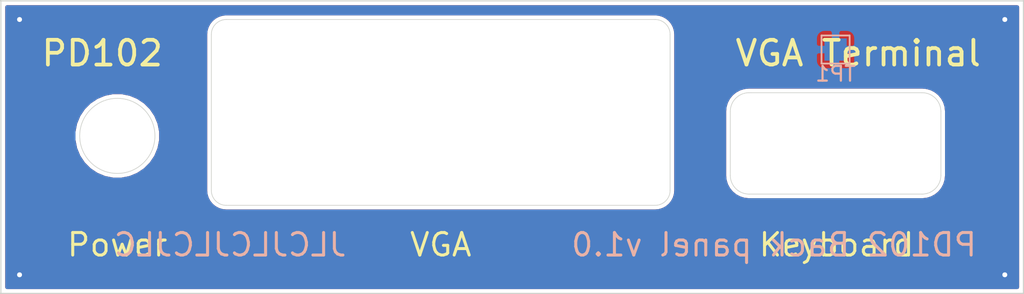
<source format=kicad_pcb>
(kicad_pcb (version 20171130) (host pcbnew "(5.1.6)-1")

  (general
    (thickness 1.6)
    (drawings 32)
    (tracks 4)
    (zones 0)
    (modules 1)
    (nets 2)
  )

  (page A4)
  (layers
    (0 F.Cu signal)
    (31 B.Cu signal)
    (36 B.SilkS user)
    (37 F.SilkS user)
    (38 B.Mask user)
    (39 F.Mask user)
    (40 Dwgs.User user)
    (41 Cmts.User user)
    (44 Edge.Cuts user)
    (45 Margin user)
    (46 B.CrtYd user)
    (47 F.CrtYd user)
    (49 F.Fab user)
  )

  (setup
    (last_trace_width 0.25)
    (user_trace_width 0.2032)
    (user_trace_width 0.254)
    (user_trace_width 0.381)
    (user_trace_width 0.508)
    (user_trace_width 0.635)
    (trace_clearance 0.2)
    (zone_clearance 0.254)
    (zone_45_only no)
    (trace_min 0.2)
    (via_size 0.8)
    (via_drill 0.4)
    (via_min_size 0.4)
    (via_min_drill 0.3)
    (user_via 0.635 0.3302)
    (uvia_size 0.3)
    (uvia_drill 0.1)
    (uvias_allowed no)
    (uvia_min_size 0.2)
    (uvia_min_drill 0.1)
    (edge_width 0.05)
    (segment_width 0.2)
    (pcb_text_width 0.3)
    (pcb_text_size 1.5 1.5)
    (mod_edge_width 0.12)
    (mod_text_size 1 1)
    (mod_text_width 0.15)
    (pad_size 1.524 1.524)
    (pad_drill 0.762)
    (pad_to_mask_clearance 0.05)
    (aux_axis_origin 0 0)
    (visible_elements 7FFFFFFF)
    (pcbplotparams
      (layerselection 0x010f0_ffffffff)
      (usegerberextensions false)
      (usegerberattributes true)
      (usegerberadvancedattributes true)
      (creategerberjobfile true)
      (excludeedgelayer true)
      (linewidth 0.100000)
      (plotframeref false)
      (viasonmask false)
      (mode 1)
      (useauxorigin false)
      (hpglpennumber 1)
      (hpglpenspeed 20)
      (hpglpendiameter 15.000000)
      (psnegative false)
      (psa4output false)
      (plotreference true)
      (plotvalue true)
      (plotinvisibletext false)
      (padsonsilk false)
      (subtractmaskfromsilk false)
      (outputformat 1)
      (mirror false)
      (drillshape 0)
      (scaleselection 1)
      (outputdirectory "gerbers/"))
  )

  (net 0 "")
  (net 1 GND)

  (net_class Default "This is the default net class."
    (clearance 0.2)
    (trace_width 0.25)
    (via_dia 0.8)
    (via_drill 0.4)
    (uvia_dia 0.3)
    (uvia_drill 0.1)
    (add_net GND)
  )

  (module TestPoint:TestPoint_Pad_1.5x1.5mm (layer B.Cu) (tedit 5A0F774F) (tstamp 5F9D47CF)
    (at 80.264 28.702)
    (descr "SMD rectangular pad as test Point, square 1.5mm side length")
    (tags "test point SMD pad rectangle square")
    (path /5F9D4090)
    (attr virtual)
    (fp_text reference TP1 (at 0 1.648) (layer B.SilkS)
      (effects (font (size 1 1) (thickness 0.15)) (justify mirror))
    )
    (fp_text value TestPoint (at 0 -1.75) (layer B.Fab)
      (effects (font (size 1 1) (thickness 0.15)) (justify mirror))
    )
    (fp_line (start 1.25 -1.25) (end -1.25 -1.25) (layer B.CrtYd) (width 0.05))
    (fp_line (start 1.25 -1.25) (end 1.25 1.25) (layer B.CrtYd) (width 0.05))
    (fp_line (start -1.25 1.25) (end -1.25 -1.25) (layer B.CrtYd) (width 0.05))
    (fp_line (start -1.25 1.25) (end 1.25 1.25) (layer B.CrtYd) (width 0.05))
    (fp_line (start -0.95 -0.95) (end -0.95 0.95) (layer B.SilkS) (width 0.12))
    (fp_line (start 0.95 -0.95) (end -0.95 -0.95) (layer B.SilkS) (width 0.12))
    (fp_line (start 0.95 0.95) (end 0.95 -0.95) (layer B.SilkS) (width 0.12))
    (fp_line (start -0.95 0.95) (end 0.95 0.95) (layer B.SilkS) (width 0.12))
    (fp_text user %R (at 0 1.65) (layer B.Fab)
      (effects (font (size 1 1) (thickness 0.15)) (justify mirror))
    )
    (pad 1 smd rect (at 0 0) (size 1.5 1.5) (layers B.Cu B.Mask)
      (net 1 GND))
  )

  (gr_poly (pts (xy 31.75 34.417) (xy 32.893 33.274) (xy 33.02 33.274) (xy 31.877 34.544) (xy 33.02 35.687) (xy 33.02 35.814) (xy 32.893 35.814) (xy 31.75 34.671) (xy 30.607 35.814) (xy 30.48 35.814) (xy 30.48 35.687) (xy 31.623 34.544) (xy 30.48 33.401) (xy 30.48 33.274) (xy 30.607 33.274)) (layer F.Mask) (width 0.1) (tstamp 5FB8E23E))
  (gr_text "VGA Terminal" (at 81.788 28.956) (layer F.SilkS) (tstamp 5FB22505)
    (effects (font (size 1.6764 1.6764) (thickness 0.254)))
  )
  (gr_poly (pts (xy 80.264 34.798) (xy 82.55 32.512) (xy 82.804 32.512) (xy 82.804 32.766) (xy 80.518 35.052) (xy 82.804 37.338) (xy 82.804 37.592) (xy 82.55 37.592) (xy 80.264 35.306) (xy 77.978 37.592) (xy 77.724 37.592) (xy 77.724 37.338) (xy 80.01 35.052) (xy 77.724 32.766) (xy 77.724 32.512) (xy 77.978 32.512)) (layer F.Mask) (width 0.1) (tstamp 5FB224F2))
  (gr_poly (pts (xy 53.34 32.766) (xy 55.626 30.48) (xy 55.88 30.48) (xy 55.88 30.734) (xy 53.594 33.02) (xy 55.88 35.306) (xy 55.88 35.56) (xy 55.626 35.56) (xy 53.34 33.274) (xy 51.054 35.56) (xy 50.8 35.56) (xy 50.8 35.306) (xy 53.086 33.02) (xy 50.8 30.734) (xy 50.8 30.48) (xy 51.054 30.48)) (layer F.Mask) (width 0.1))
  (gr_arc (start 86.106 37.211) (end 86.106 38.481) (angle -90) (layer Edge.Cuts) (width 0.05) (tstamp 5F9E54A7))
  (gr_arc (start 86.106 32.893) (end 87.376 32.893) (angle -90) (layer Edge.Cuts) (width 0.05) (tstamp 5F9E54A6))
  (gr_arc (start 74.422 32.893) (end 74.422 31.623) (angle -90) (layer Edge.Cuts) (width 0.05) (tstamp 5FABAA3A))
  (gr_line (start 73.152 32.893) (end 73.152 37.211) (layer Edge.Cuts) (width 0.05) (tstamp 5F9E54A4))
  (gr_line (start 74.422 31.623) (end 86.106 31.623) (layer Edge.Cuts) (width 0.05) (tstamp 5F9E54A3))
  (gr_line (start 86.106 38.481) (end 74.422 38.481) (layer Edge.Cuts) (width 0.05) (tstamp 5F9E54A2))
  (gr_arc (start 74.422 37.211) (end 73.152 37.211) (angle -90) (layer Edge.Cuts) (width 0.05) (tstamp 5F9E54A1))
  (gr_line (start 87.376 32.893) (end 87.376 37.211) (layer Edge.Cuts) (width 0.05) (tstamp 5F9E54A0))
  (gr_circle (center 31.75 34.544) (end 34.29 34.544) (layer Edge.Cuts) (width 0.05))
  (gr_text PD102 (at 30.734 28.956) (layer F.SilkS)
    (effects (font (size 1.6764 1.6764) (thickness 0.254)))
  )
  (gr_text JLCJLCJLCJLC (at 39.37 41.91) (layer B.SilkS)
    (effects (font (size 1.524 1.524) (thickness 0.2032)) (justify mirror))
  )
  (gr_text "PD102 Back panel v1.0" (at 89.916 41.91) (layer B.SilkS) (tstamp 5F9E589C)
    (effects (font (size 1.524 1.524) (thickness 0.2032)) (justify left mirror))
  )
  (gr_text VGA (at 53.594 41.91) (layer F.SilkS)
    (effects (font (size 1.524 1.524) (thickness 0.2032)))
  )
  (gr_text Keyboard (at 80.3275 41.91) (layer F.SilkS)
    (effects (font (size 1.524 1.524) (thickness 0.2032)))
  )
  (gr_text Power (at 31.75 41.91) (layer F.SilkS)
    (effects (font (size 1.524 1.524) (thickness 0.2032)))
  )
  (gr_arc (start 39.116 38.227) (end 38.1 38.227) (angle -90) (layer Edge.Cuts) (width 0.05) (tstamp 5F9E549B))
  (gr_arc (start 68.072 38.227) (end 68.072 39.243) (angle -90) (layer Edge.Cuts) (width 0.05) (tstamp 5F9E5489))
  (gr_arc (start 68.072 27.686) (end 69.088 27.686) (angle -90) (layer Edge.Cuts) (width 0.05) (tstamp 5F9E548C))
  (gr_arc (start 39.116 27.686) (end 39.116 26.67) (angle -90) (layer Edge.Cuts) (width 0.05) (tstamp 5F9E548F))
  (gr_line (start 38.1 38.227) (end 38.1 27.686) (layer Edge.Cuts) (width 0.05) (tstamp 5F9E5492))
  (gr_line (start 68.072 39.243) (end 39.116 39.243) (layer Edge.Cuts) (width 0.05) (tstamp 5F9E5498))
  (gr_line (start 69.088 27.686) (end 69.088 38.227) (layer Edge.Cuts) (width 0.05) (tstamp 5F9E549E))
  (gr_line (start 39.116 26.67) (end 68.072 26.67) (layer Edge.Cuts) (width 0.05) (tstamp 5F9E5495))
  (gr_poly (pts (xy 91.44 40.64) (xy 25.4 40.64) (xy 25.4 39.116) (xy 91.44 39.116)) (layer Cmts.User) (width 0.0254))
  (gr_line (start 23.876 25.4) (end 23.876 45.212) (layer Edge.Cuts) (width 0.1) (tstamp 5F9D21DE))
  (gr_line (start 92.964 25.4) (end 23.876 25.4) (layer Edge.Cuts) (width 0.1))
  (gr_line (start 92.964 45.212) (end 92.964 25.4) (layer Edge.Cuts) (width 0.1))
  (gr_line (start 23.876 45.212) (end 92.964 45.212) (layer Edge.Cuts) (width 0.1))

  (via (at 91.694 43.942) (size 0.635) (drill 0.3302) (layers F.Cu B.Cu) (net 1))
  (via (at 91.694 26.67) (size 0.635) (drill 0.3302) (layers F.Cu B.Cu) (net 1))
  (via (at 25.146 43.942) (size 0.635) (drill 0.3302) (layers F.Cu B.Cu) (net 1))
  (via (at 25.146 26.67) (size 0.635) (drill 0.3302) (layers F.Cu B.Cu) (net 1))

  (zone (net 1) (net_name GND) (layer F.Cu) (tstamp 5F9E5B16) (hatch edge 0.508)
    (connect_pads (clearance 0.254))
    (min_thickness 0.254)
    (fill yes (arc_segments 32) (thermal_gap 0.508) (thermal_bridge_width 0.508))
    (polygon
      (pts
        (xy 92.964 45.212) (xy 23.876 45.212) (xy 23.876 25.4) (xy 92.964 25.4)
      )
    )
    (filled_polygon
      (pts
        (xy 92.533 44.781) (xy 24.307 44.781) (xy 24.307 38.24694) (xy 37.694 38.24694) (xy 37.69574 38.264605)
        (xy 37.695696 38.27089) (xy 37.696249 38.276532) (xy 37.716976 38.473734) (xy 37.724377 38.509789) (xy 37.73127 38.545924)
        (xy 37.732908 38.551347) (xy 37.732909 38.551353) (xy 37.732911 38.551359) (xy 37.791544 38.740773) (xy 37.805821 38.774736)
        (xy 37.819589 38.808814) (xy 37.822247 38.813815) (xy 37.822249 38.813819) (xy 37.822251 38.813822) (xy 37.916561 38.988244)
        (xy 37.937134 39.018744) (xy 37.957287 39.049541) (xy 37.96087 39.053934) (xy 38.087264 39.206719) (xy 38.113415 39.232689)
        (xy 38.13912 39.258937) (xy 38.143482 39.262546) (xy 38.143488 39.262552) (xy 38.143495 39.262556) (xy 38.29715 39.387875)
        (xy 38.327797 39.408237) (xy 38.358161 39.429028) (xy 38.36314 39.43172) (xy 38.363148 39.431725) (xy 38.363156 39.431728)
        (xy 38.538226 39.524815) (xy 38.572292 39.538857) (xy 38.606071 39.553334) (xy 38.611475 39.555007) (xy 38.611484 39.555011)
        (xy 38.611493 39.555013) (xy 38.801313 39.612322) (xy 38.837439 39.619475) (xy 38.8734 39.627119) (xy 38.879034 39.627712)
        (xy 38.879041 39.627713) (xy 38.879048 39.627713) (xy 39.07638 39.647062) (xy 39.076382 39.647062) (xy 39.096059 39.649)
        (xy 68.091941 39.649) (xy 68.109606 39.64726) (xy 68.11589 39.647304) (xy 68.121532 39.646751) (xy 68.318734 39.626024)
        (xy 68.354789 39.618623) (xy 68.390924 39.61173) (xy 68.396347 39.610092) (xy 68.396353 39.610091) (xy 68.396359 39.610089)
        (xy 68.585773 39.551456) (xy 68.619736 39.537179) (xy 68.653814 39.523411) (xy 68.658815 39.520753) (xy 68.658819 39.520751)
        (xy 68.658822 39.520749) (xy 68.833244 39.426439) (xy 68.863744 39.405866) (xy 68.894541 39.385713) (xy 68.898934 39.38213)
        (xy 69.051719 39.255736) (xy 69.077689 39.229585) (xy 69.103937 39.20388) (xy 69.107546 39.199518) (xy 69.107552 39.199512)
        (xy 69.107556 39.199505) (xy 69.232875 39.04585) (xy 69.253237 39.015203) (xy 69.274028 38.984839) (xy 69.27672 38.97986)
        (xy 69.276725 38.979852) (xy 69.276728 38.979844) (xy 69.369815 38.804774) (xy 69.383857 38.770708) (xy 69.398334 38.736929)
        (xy 69.400007 38.731525) (xy 69.400011 38.731516) (xy 69.400013 38.731507) (xy 69.457322 38.541687) (xy 69.464475 38.505561)
        (xy 69.472119 38.4696) (xy 69.472712 38.463962) (xy 69.472713 38.463959) (xy 69.472713 38.463952) (xy 69.492062 38.26662)
        (xy 69.492062 38.266618) (xy 69.494 38.246941) (xy 69.494 32.87306) (xy 72.746 32.87306) (xy 72.746001 37.230941)
        (xy 72.747757 37.24877) (xy 72.747702 37.256662) (xy 72.748255 37.262304) (xy 72.774163 37.508807) (xy 72.781564 37.54486)
        (xy 72.788458 37.581) (xy 72.790096 37.586427) (xy 72.863391 37.823203) (xy 72.877651 37.857126) (xy 72.891435 37.891242)
        (xy 72.894096 37.896248) (xy 73.011984 38.114278) (xy 73.032584 38.144819) (xy 73.052711 38.175576) (xy 73.056294 38.17997)
        (xy 73.214287 38.37095) (xy 73.240438 38.39692) (xy 73.266143 38.423168) (xy 73.270505 38.426777) (xy 73.270511 38.426783)
        (xy 73.270518 38.426787) (xy 73.462589 38.583437) (xy 73.493265 38.603818) (xy 73.523602 38.62459) (xy 73.528583 38.627284)
        (xy 73.528587 38.627287) (xy 73.528591 38.627289) (xy 73.747436 38.74365) (xy 73.781473 38.757679) (xy 73.815278 38.772168)
        (xy 73.820687 38.773842) (xy 73.820694 38.773845) (xy 73.820701 38.773846) (xy 74.057974 38.845484) (xy 74.09409 38.852635)
        (xy 74.130065 38.860282) (xy 74.135701 38.860875) (xy 74.135703 38.860875) (xy 74.382381 38.885062) (xy 74.382382 38.885062)
        (xy 74.402059 38.887) (xy 86.125941 38.887) (xy 86.14378 38.885243) (xy 86.151662 38.885298) (xy 86.157304 38.884745)
        (xy 86.403807 38.858837) (xy 86.43986 38.851436) (xy 86.476 38.844542) (xy 86.481427 38.842904) (xy 86.718203 38.769609)
        (xy 86.752126 38.755349) (xy 86.786242 38.741565) (xy 86.791248 38.738904) (xy 87.009278 38.621016) (xy 87.039819 38.600416)
        (xy 87.070576 38.580289) (xy 87.07497 38.576706) (xy 87.26595 38.418713) (xy 87.29192 38.392562) (xy 87.318168 38.366857)
        (xy 87.321777 38.362495) (xy 87.321783 38.362489) (xy 87.321787 38.362482) (xy 87.478437 38.170411) (xy 87.498818 38.139735)
        (xy 87.51959 38.109398) (xy 87.522284 38.104417) (xy 87.522287 38.104413) (xy 87.522289 38.104409) (xy 87.63865 37.885564)
        (xy 87.652679 37.851527) (xy 87.667168 37.817722) (xy 87.668842 37.812313) (xy 87.668845 37.812306) (xy 87.668846 37.812299)
        (xy 87.740484 37.575026) (xy 87.747635 37.53891) (xy 87.755282 37.502935) (xy 87.755875 37.497297) (xy 87.780062 37.250619)
        (xy 87.780062 37.250618) (xy 87.782 37.230941) (xy 87.782 32.873059) (xy 87.780243 32.85522) (xy 87.780298 32.847339)
        (xy 87.779745 32.841697) (xy 87.753837 32.595193) (xy 87.746436 32.55914) (xy 87.739542 32.523) (xy 87.737904 32.517573)
        (xy 87.664609 32.280797) (xy 87.650349 32.246874) (xy 87.636565 32.212758) (xy 87.633904 32.207752) (xy 87.516016 31.989722)
        (xy 87.495416 31.959181) (xy 87.475289 31.928424) (xy 87.471706 31.92403) (xy 87.313713 31.73305) (xy 87.287597 31.707116)
        (xy 87.261857 31.680831) (xy 87.257489 31.677217) (xy 87.065411 31.520563) (xy 87.034762 31.500199) (xy 87.004398 31.479409)
        (xy 86.999422 31.476719) (xy 86.999413 31.476713) (xy 86.999404 31.476709) (xy 86.780564 31.36035) (xy 86.746539 31.346326)
        (xy 86.712722 31.331832) (xy 86.707307 31.330156) (xy 86.707309 31.330156) (xy 86.707301 31.330154) (xy 86.470026 31.258516)
        (xy 86.43391 31.251365) (xy 86.397935 31.243718) (xy 86.392299 31.243125) (xy 86.392297 31.243125) (xy 86.145619 31.218938)
        (xy 86.145618 31.218938) (xy 86.125941 31.217) (xy 74.402059 31.217) (xy 74.38422 31.218757) (xy 74.376339 31.218702)
        (xy 74.370697 31.219255) (xy 74.124193 31.245163) (xy 74.08814 31.252564) (xy 74.052 31.259458) (xy 74.046573 31.261096)
        (xy 73.809797 31.334391) (xy 73.775874 31.348651) (xy 73.741758 31.362435) (xy 73.736752 31.365096) (xy 73.518722 31.482984)
        (xy 73.488181 31.503584) (xy 73.457424 31.523711) (xy 73.45303 31.527294) (xy 73.26205 31.685287) (xy 73.236116 31.711403)
        (xy 73.209831 31.737143) (xy 73.206217 31.741511) (xy 73.049563 31.933589) (xy 73.029199 31.964238) (xy 73.008409 31.994602)
        (xy 73.005719 31.999578) (xy 73.005713 31.999587) (xy 73.005709 31.999596) (xy 72.88935 32.218436) (xy 72.875326 32.252461)
        (xy 72.860832 32.286278) (xy 72.859156 32.291693) (xy 72.787516 32.528974) (xy 72.780365 32.56509) (xy 72.772718 32.601065)
        (xy 72.772125 32.606703) (xy 72.747938 32.853381) (xy 72.746 32.87306) (xy 69.494 32.87306) (xy 69.494 27.666059)
        (xy 69.49226 27.648394) (xy 69.492304 27.64211) (xy 69.491751 27.636468) (xy 69.471024 27.439266) (xy 69.463622 27.403205)
        (xy 69.45673 27.367076) (xy 69.455091 27.361649) (xy 69.455091 27.361647) (xy 69.455089 27.361641) (xy 69.396456 27.172228)
        (xy 69.3822 27.138314) (xy 69.368411 27.104185) (xy 69.36575 27.09918) (xy 69.271439 26.924756) (xy 69.250844 26.894223)
        (xy 69.230713 26.86346) (xy 69.227131 26.859066) (xy 69.100736 26.706282) (xy 69.07462 26.680348) (xy 69.04888 26.654063)
        (xy 69.044518 26.650454) (xy 69.044512 26.650448) (xy 69.044505 26.650444) (xy 68.89085 26.525125) (xy 68.860185 26.504751)
        (xy 68.829838 26.483972) (xy 68.824852 26.481275) (xy 68.649774 26.388185) (xy 68.61572 26.374148) (xy 68.581929 26.359666)
        (xy 68.576525 26.357993) (xy 68.576516 26.357989) (xy 68.576507 26.357987) (xy 68.386687 26.300678) (xy 68.350553 26.293523)
        (xy 68.314599 26.285881) (xy 68.308968 26.285289) (xy 68.308959 26.285287) (xy 68.308951 26.285287) (xy 68.11162 26.265938)
        (xy 68.111618 26.265938) (xy 68.091941 26.264) (xy 39.096059 26.264) (xy 39.078394 26.26574) (xy 39.07211 26.265696)
        (xy 39.066468 26.266249) (xy 38.869266 26.286976) (xy 38.833205 26.294378) (xy 38.797076 26.30127) (xy 38.791653 26.302908)
        (xy 38.791647 26.302909) (xy 38.791641 26.302911) (xy 38.602228 26.361544) (xy 38.568314 26.3758) (xy 38.534185 26.389589)
        (xy 38.52918 26.39225) (xy 38.354756 26.486561) (xy 38.324223 26.507156) (xy 38.29346 26.527287) (xy 38.289066 26.530869)
        (xy 38.136282 26.657264) (xy 38.110348 26.68338) (xy 38.084063 26.70912) (xy 38.080454 26.713482) (xy 38.080448 26.713488)
        (xy 38.080444 26.713495) (xy 37.955125 26.86715) (xy 37.934751 26.897815) (xy 37.913972 26.928162) (xy 37.911275 26.933148)
        (xy 37.818185 27.108226) (xy 37.804148 27.14228) (xy 37.789666 27.176071) (xy 37.787993 27.181475) (xy 37.787989 27.181484)
        (xy 37.787987 27.181493) (xy 37.730678 27.371313) (xy 37.723523 27.407447) (xy 37.715881 27.443401) (xy 37.715289 27.449032)
        (xy 37.715287 27.449041) (xy 37.715287 27.449049) (xy 37.695938 27.64638) (xy 37.695938 27.646393) (xy 37.694001 27.666059)
        (xy 37.694 38.24694) (xy 24.307 38.24694) (xy 24.307 34.253281) (xy 28.798282 34.253281) (xy 28.798282 34.834719)
        (xy 28.911715 35.404984) (xy 29.134222 35.942163) (xy 29.457251 36.42561) (xy 29.86839 36.836749) (xy 30.351837 37.159778)
        (xy 30.889016 37.382285) (xy 31.459281 37.495718) (xy 32.040719 37.495718) (xy 32.610984 37.382285) (xy 33.148163 37.159778)
        (xy 33.63161 36.836749) (xy 34.042749 36.42561) (xy 34.365778 35.942163) (xy 34.588285 35.404984) (xy 34.701718 34.834719)
        (xy 34.701718 34.253281) (xy 34.588285 33.683016) (xy 34.365778 33.145837) (xy 34.042749 32.66239) (xy 33.63161 32.251251)
        (xy 33.148163 31.928222) (xy 32.610984 31.705715) (xy 32.040719 31.592282) (xy 31.459281 31.592282) (xy 30.889016 31.705715)
        (xy 30.351837 31.928222) (xy 29.86839 32.251251) (xy 29.457251 32.66239) (xy 29.134222 33.145837) (xy 28.911715 33.683016)
        (xy 28.798282 34.253281) (xy 24.307 34.253281) (xy 24.307 25.831) (xy 92.533001 25.831)
      )
    )
  )
  (zone (net 1) (net_name GND) (layer B.Cu) (tstamp 5F9E5B13) (hatch edge 0.508)
    (connect_pads (clearance 0.254))
    (min_thickness 0.254)
    (fill yes (arc_segments 32) (thermal_gap 0.508) (thermal_bridge_width 0.508))
    (polygon
      (pts
        (xy 92.964 45.212) (xy 23.876 45.212) (xy 23.876 25.4) (xy 92.964 25.4)
      )
    )
    (filled_polygon
      (pts
        (xy 92.533 44.781) (xy 24.307 44.781) (xy 24.307 38.24694) (xy 37.694 38.24694) (xy 37.69574 38.264605)
        (xy 37.695696 38.27089) (xy 37.696249 38.276532) (xy 37.716976 38.473734) (xy 37.724377 38.509789) (xy 37.73127 38.545924)
        (xy 37.732908 38.551347) (xy 37.732909 38.551353) (xy 37.732911 38.551359) (xy 37.791544 38.740773) (xy 37.805821 38.774736)
        (xy 37.819589 38.808814) (xy 37.822247 38.813815) (xy 37.822249 38.813819) (xy 37.822251 38.813822) (xy 37.916561 38.988244)
        (xy 37.937134 39.018744) (xy 37.957287 39.049541) (xy 37.96087 39.053934) (xy 38.087264 39.206719) (xy 38.113415 39.232689)
        (xy 38.13912 39.258937) (xy 38.143482 39.262546) (xy 38.143488 39.262552) (xy 38.143495 39.262556) (xy 38.29715 39.387875)
        (xy 38.327797 39.408237) (xy 38.358161 39.429028) (xy 38.36314 39.43172) (xy 38.363148 39.431725) (xy 38.363156 39.431728)
        (xy 38.538226 39.524815) (xy 38.572292 39.538857) (xy 38.606071 39.553334) (xy 38.611475 39.555007) (xy 38.611484 39.555011)
        (xy 38.611493 39.555013) (xy 38.801313 39.612322) (xy 38.837439 39.619475) (xy 38.8734 39.627119) (xy 38.879034 39.627712)
        (xy 38.879041 39.627713) (xy 38.879048 39.627713) (xy 39.07638 39.647062) (xy 39.076382 39.647062) (xy 39.096059 39.649)
        (xy 68.091941 39.649) (xy 68.109606 39.64726) (xy 68.11589 39.647304) (xy 68.121532 39.646751) (xy 68.318734 39.626024)
        (xy 68.354789 39.618623) (xy 68.390924 39.61173) (xy 68.396347 39.610092) (xy 68.396353 39.610091) (xy 68.396359 39.610089)
        (xy 68.585773 39.551456) (xy 68.619736 39.537179) (xy 68.653814 39.523411) (xy 68.658815 39.520753) (xy 68.658819 39.520751)
        (xy 68.658822 39.520749) (xy 68.833244 39.426439) (xy 68.863744 39.405866) (xy 68.894541 39.385713) (xy 68.898934 39.38213)
        (xy 69.051719 39.255736) (xy 69.077689 39.229585) (xy 69.103937 39.20388) (xy 69.107546 39.199518) (xy 69.107552 39.199512)
        (xy 69.107556 39.199505) (xy 69.232875 39.04585) (xy 69.253237 39.015203) (xy 69.274028 38.984839) (xy 69.27672 38.97986)
        (xy 69.276725 38.979852) (xy 69.276728 38.979844) (xy 69.369815 38.804774) (xy 69.383857 38.770708) (xy 69.398334 38.736929)
        (xy 69.400007 38.731525) (xy 69.400011 38.731516) (xy 69.400013 38.731507) (xy 69.457322 38.541687) (xy 69.464475 38.505561)
        (xy 69.472119 38.4696) (xy 69.472712 38.463962) (xy 69.472713 38.463959) (xy 69.472713 38.463952) (xy 69.492062 38.26662)
        (xy 69.492062 38.266618) (xy 69.494 38.246941) (xy 69.494 32.87306) (xy 72.746 32.87306) (xy 72.746001 37.230941)
        (xy 72.747757 37.24877) (xy 72.747702 37.256662) (xy 72.748255 37.262304) (xy 72.774163 37.508807) (xy 72.781564 37.54486)
        (xy 72.788458 37.581) (xy 72.790096 37.586427) (xy 72.863391 37.823203) (xy 72.877651 37.857126) (xy 72.891435 37.891242)
        (xy 72.894096 37.896248) (xy 73.011984 38.114278) (xy 73.032584 38.144819) (xy 73.052711 38.175576) (xy 73.056294 38.17997)
        (xy 73.214287 38.37095) (xy 73.240438 38.39692) (xy 73.266143 38.423168) (xy 73.270505 38.426777) (xy 73.270511 38.426783)
        (xy 73.270518 38.426787) (xy 73.462589 38.583437) (xy 73.493265 38.603818) (xy 73.523602 38.62459) (xy 73.528583 38.627284)
        (xy 73.528587 38.627287) (xy 73.528591 38.627289) (xy 73.747436 38.74365) (xy 73.781473 38.757679) (xy 73.815278 38.772168)
        (xy 73.820687 38.773842) (xy 73.820694 38.773845) (xy 73.820701 38.773846) (xy 74.057974 38.845484) (xy 74.09409 38.852635)
        (xy 74.130065 38.860282) (xy 74.135701 38.860875) (xy 74.135703 38.860875) (xy 74.382381 38.885062) (xy 74.382382 38.885062)
        (xy 74.402059 38.887) (xy 86.125941 38.887) (xy 86.14378 38.885243) (xy 86.151662 38.885298) (xy 86.157304 38.884745)
        (xy 86.403807 38.858837) (xy 86.43986 38.851436) (xy 86.476 38.844542) (xy 86.481427 38.842904) (xy 86.718203 38.769609)
        (xy 86.752126 38.755349) (xy 86.786242 38.741565) (xy 86.791248 38.738904) (xy 87.009278 38.621016) (xy 87.039819 38.600416)
        (xy 87.070576 38.580289) (xy 87.07497 38.576706) (xy 87.26595 38.418713) (xy 87.29192 38.392562) (xy 87.318168 38.366857)
        (xy 87.321777 38.362495) (xy 87.321783 38.362489) (xy 87.321787 38.362482) (xy 87.478437 38.170411) (xy 87.498818 38.139735)
        (xy 87.51959 38.109398) (xy 87.522284 38.104417) (xy 87.522287 38.104413) (xy 87.522289 38.104409) (xy 87.63865 37.885564)
        (xy 87.652679 37.851527) (xy 87.667168 37.817722) (xy 87.668842 37.812313) (xy 87.668845 37.812306) (xy 87.668846 37.812299)
        (xy 87.740484 37.575026) (xy 87.747635 37.53891) (xy 87.755282 37.502935) (xy 87.755875 37.497297) (xy 87.780062 37.250619)
        (xy 87.780062 37.250618) (xy 87.782 37.230941) (xy 87.782 32.873059) (xy 87.780243 32.85522) (xy 87.780298 32.847339)
        (xy 87.779745 32.841697) (xy 87.753837 32.595193) (xy 87.746436 32.55914) (xy 87.739542 32.523) (xy 87.737904 32.517573)
        (xy 87.664609 32.280797) (xy 87.650349 32.246874) (xy 87.636565 32.212758) (xy 87.633904 32.207752) (xy 87.516016 31.989722)
        (xy 87.495416 31.959181) (xy 87.475289 31.928424) (xy 87.471706 31.92403) (xy 87.313713 31.73305) (xy 87.287597 31.707116)
        (xy 87.261857 31.680831) (xy 87.257489 31.677217) (xy 87.065411 31.520563) (xy 87.034762 31.500199) (xy 87.004398 31.479409)
        (xy 86.999422 31.476719) (xy 86.999413 31.476713) (xy 86.999404 31.476709) (xy 86.780564 31.36035) (xy 86.746539 31.346326)
        (xy 86.712722 31.331832) (xy 86.707307 31.330156) (xy 86.707309 31.330156) (xy 86.707301 31.330154) (xy 86.470026 31.258516)
        (xy 86.43391 31.251365) (xy 86.397935 31.243718) (xy 86.392299 31.243125) (xy 86.392297 31.243125) (xy 86.145619 31.218938)
        (xy 86.145618 31.218938) (xy 86.125941 31.217) (xy 74.402059 31.217) (xy 74.38422 31.218757) (xy 74.376339 31.218702)
        (xy 74.370697 31.219255) (xy 74.124193 31.245163) (xy 74.08814 31.252564) (xy 74.052 31.259458) (xy 74.046573 31.261096)
        (xy 73.809797 31.334391) (xy 73.775874 31.348651) (xy 73.741758 31.362435) (xy 73.736752 31.365096) (xy 73.518722 31.482984)
        (xy 73.488181 31.503584) (xy 73.457424 31.523711) (xy 73.45303 31.527294) (xy 73.26205 31.685287) (xy 73.236116 31.711403)
        (xy 73.209831 31.737143) (xy 73.206217 31.741511) (xy 73.049563 31.933589) (xy 73.029199 31.964238) (xy 73.008409 31.994602)
        (xy 73.005719 31.999578) (xy 73.005713 31.999587) (xy 73.005709 31.999596) (xy 72.88935 32.218436) (xy 72.875326 32.252461)
        (xy 72.860832 32.286278) (xy 72.859156 32.291693) (xy 72.787516 32.528974) (xy 72.780365 32.56509) (xy 72.772718 32.601065)
        (xy 72.772125 32.606703) (xy 72.747938 32.853381) (xy 72.746 32.87306) (xy 69.494 32.87306) (xy 69.494 29.452)
        (xy 78.875928 29.452) (xy 78.888188 29.576482) (xy 78.924498 29.69618) (xy 78.983463 29.806494) (xy 79.062815 29.903185)
        (xy 79.159506 29.982537) (xy 79.26982 30.041502) (xy 79.389518 30.077812) (xy 79.514 30.090072) (xy 79.97825 30.087)
        (xy 80.137 29.92825) (xy 80.137 28.829) (xy 80.391 28.829) (xy 80.391 29.92825) (xy 80.54975 30.087)
        (xy 81.014 30.090072) (xy 81.138482 30.077812) (xy 81.25818 30.041502) (xy 81.368494 29.982537) (xy 81.465185 29.903185)
        (xy 81.544537 29.806494) (xy 81.603502 29.69618) (xy 81.639812 29.576482) (xy 81.652072 29.452) (xy 81.649 28.98775)
        (xy 81.49025 28.829) (xy 80.391 28.829) (xy 80.137 28.829) (xy 79.03775 28.829) (xy 78.879 28.98775)
        (xy 78.875928 29.452) (xy 69.494 29.452) (xy 69.494 27.952) (xy 78.875928 27.952) (xy 78.879 28.41625)
        (xy 79.03775 28.575) (xy 80.137 28.575) (xy 80.137 27.47575) (xy 80.391 27.47575) (xy 80.391 28.575)
        (xy 81.49025 28.575) (xy 81.649 28.41625) (xy 81.652072 27.952) (xy 81.639812 27.827518) (xy 81.603502 27.70782)
        (xy 81.544537 27.597506) (xy 81.465185 27.500815) (xy 81.368494 27.421463) (xy 81.25818 27.362498) (xy 81.138482 27.326188)
        (xy 81.014 27.313928) (xy 80.54975 27.317) (xy 80.391 27.47575) (xy 80.137 27.47575) (xy 79.97825 27.317)
        (xy 79.514 27.313928) (xy 79.389518 27.326188) (xy 79.26982 27.362498) (xy 79.159506 27.421463) (xy 79.062815 27.500815)
        (xy 78.983463 27.597506) (xy 78.924498 27.70782) (xy 78.888188 27.827518) (xy 78.875928 27.952) (xy 69.494 27.952)
        (xy 69.494 27.666059) (xy 69.49226 27.648394) (xy 69.492304 27.64211) (xy 69.491751 27.636468) (xy 69.471024 27.439266)
        (xy 69.463622 27.403205) (xy 69.45673 27.367076) (xy 69.455091 27.361649) (xy 69.455091 27.361647) (xy 69.455089 27.361641)
        (xy 69.396456 27.172228) (xy 69.3822 27.138314) (xy 69.368411 27.104185) (xy 69.36575 27.09918) (xy 69.271439 26.924756)
        (xy 69.250844 26.894223) (xy 69.230713 26.86346) (xy 69.227131 26.859066) (xy 69.100736 26.706282) (xy 69.07462 26.680348)
        (xy 69.04888 26.654063) (xy 69.044518 26.650454) (xy 69.044512 26.650448) (xy 69.044505 26.650444) (xy 68.89085 26.525125)
        (xy 68.860185 26.504751) (xy 68.829838 26.483972) (xy 68.824852 26.481275) (xy 68.649774 26.388185) (xy 68.61572 26.374148)
        (xy 68.581929 26.359666) (xy 68.576525 26.357993) (xy 68.576516 26.357989) (xy 68.576507 26.357987) (xy 68.386687 26.300678)
        (xy 68.350553 26.293523) (xy 68.314599 26.285881) (xy 68.308968 26.285289) (xy 68.308959 26.285287) (xy 68.308951 26.285287)
        (xy 68.11162 26.265938) (xy 68.111618 26.265938) (xy 68.091941 26.264) (xy 39.096059 26.264) (xy 39.078394 26.26574)
        (xy 39.07211 26.265696) (xy 39.066468 26.266249) (xy 38.869266 26.286976) (xy 38.833205 26.294378) (xy 38.797076 26.30127)
        (xy 38.791653 26.302908) (xy 38.791647 26.302909) (xy 38.791641 26.302911) (xy 38.602228 26.361544) (xy 38.568314 26.3758)
        (xy 38.534185 26.389589) (xy 38.52918 26.39225) (xy 38.354756 26.486561) (xy 38.324223 26.507156) (xy 38.29346 26.527287)
        (xy 38.289066 26.530869) (xy 38.136282 26.657264) (xy 38.110348 26.68338) (xy 38.084063 26.70912) (xy 38.080454 26.713482)
        (xy 38.080448 26.713488) (xy 38.080444 26.713495) (xy 37.955125 26.86715) (xy 37.934751 26.897815) (xy 37.913972 26.928162)
        (xy 37.911275 26.933148) (xy 37.818185 27.108226) (xy 37.804148 27.14228) (xy 37.789666 27.176071) (xy 37.787993 27.181475)
        (xy 37.787989 27.181484) (xy 37.787987 27.181493) (xy 37.730678 27.371313) (xy 37.723523 27.407447) (xy 37.715881 27.443401)
        (xy 37.715289 27.449032) (xy 37.715287 27.449041) (xy 37.715287 27.449049) (xy 37.695938 27.64638) (xy 37.695938 27.646393)
        (xy 37.694001 27.666059) (xy 37.694 38.24694) (xy 24.307 38.24694) (xy 24.307 34.253281) (xy 28.798282 34.253281)
        (xy 28.798282 34.834719) (xy 28.911715 35.404984) (xy 29.134222 35.942163) (xy 29.457251 36.42561) (xy 29.86839 36.836749)
        (xy 30.351837 37.159778) (xy 30.889016 37.382285) (xy 31.459281 37.495718) (xy 32.040719 37.495718) (xy 32.610984 37.382285)
        (xy 33.148163 37.159778) (xy 33.63161 36.836749) (xy 34.042749 36.42561) (xy 34.365778 35.942163) (xy 34.588285 35.404984)
        (xy 34.701718 34.834719) (xy 34.701718 34.253281) (xy 34.588285 33.683016) (xy 34.365778 33.145837) (xy 34.042749 32.66239)
        (xy 33.63161 32.251251) (xy 33.148163 31.928222) (xy 32.610984 31.705715) (xy 32.040719 31.592282) (xy 31.459281 31.592282)
        (xy 30.889016 31.705715) (xy 30.351837 31.928222) (xy 29.86839 32.251251) (xy 29.457251 32.66239) (xy 29.134222 33.145837)
        (xy 28.911715 33.683016) (xy 28.798282 34.253281) (xy 24.307 34.253281) (xy 24.307 25.831) (xy 92.533001 25.831)
      )
    )
  )
)

</source>
